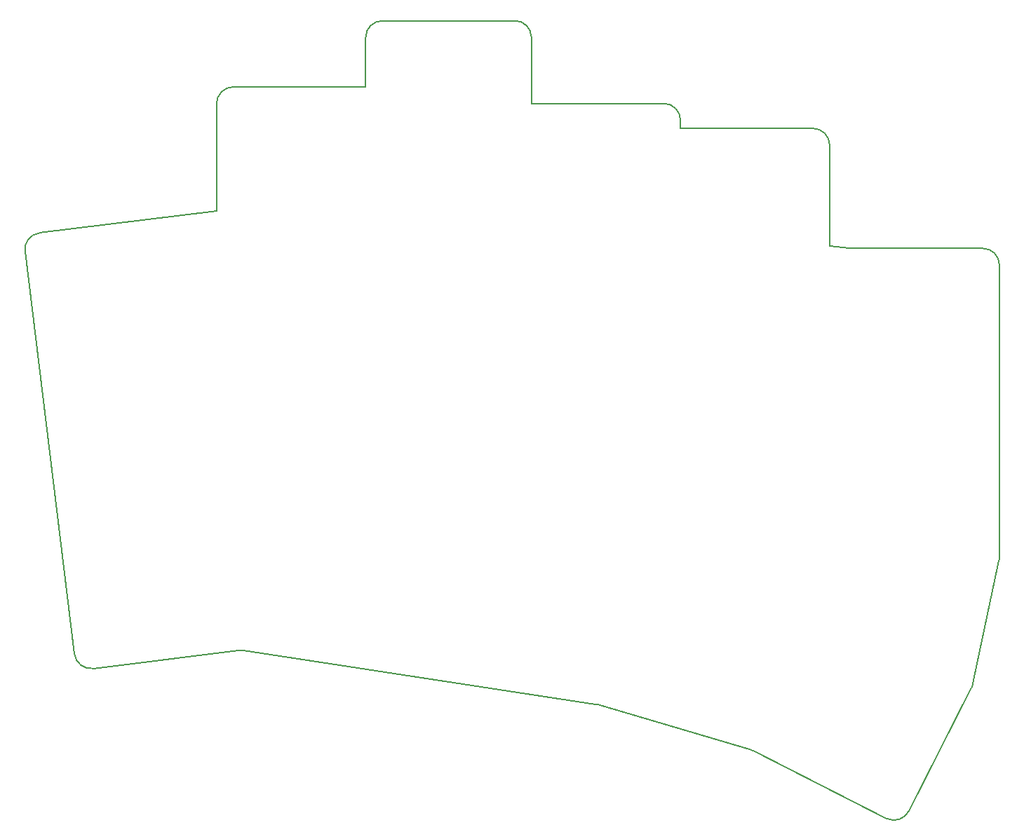
<source format=gbr>
%TF.GenerationSoftware,KiCad,Pcbnew,7.0.11*%
%TF.CreationDate,2024-03-07T19:05:49+13:00*%
%TF.ProjectId,socius-choc-v1,736f6369-7573-42d6-9368-6f632d76312e,v1.0.0*%
%TF.SameCoordinates,Original*%
%TF.FileFunction,Profile,NP*%
%FSLAX46Y46*%
G04 Gerber Fmt 4.6, Leading zero omitted, Abs format (unit mm)*
G04 Created by KiCad (PCBNEW 7.0.11) date 2024-03-07 19:05:49*
%MOMM*%
%LPD*%
G01*
G04 APERTURE LIST*
%TA.AperFunction,Profile*%
%ADD10C,0.150000*%
%TD*%
G04 APERTURE END LIST*
D10*
X259290199Y-172735032D02*
G75*
G03*
X259465107Y-172239863I-1781999J907932D01*
G01*
X251692599Y-187646139D02*
X259290189Y-172735027D01*
X262601684Y-157371129D02*
X259465108Y-172239863D01*
X232787471Y-180296060D02*
X214157296Y-174793639D01*
X153217390Y-170404143D02*
X170810146Y-168244024D01*
X171355206Y-168251942D02*
G75*
G03*
X170810146Y-168244025I-301306J-1977158D01*
G01*
X145016961Y-120028028D02*
X150988559Y-168662790D01*
X213892108Y-174734558D02*
X171355205Y-168251945D01*
X242144752Y-119415375D02*
X242144752Y-107166967D01*
X186144752Y-94166967D02*
X186144752Y-100166967D01*
X233128945Y-180432137D02*
X249002605Y-188520171D01*
X240144752Y-105166967D02*
X224144752Y-105166967D01*
X249002605Y-188520170D02*
G75*
G03*
X251692599Y-187646139I907995J1781970D01*
G01*
X206144833Y-94166967D02*
G75*
G03*
X204144752Y-92166967I-2000033J-33D01*
G01*
X150988545Y-168662792D02*
G75*
G03*
X153217390Y-170404143I1985055J243692D01*
G01*
X206144752Y-102166967D02*
X206144752Y-94166967D01*
X262644752Y-121666967D02*
X262644752Y-156958312D01*
X224144833Y-104166967D02*
G75*
G03*
X222144752Y-102166967I-2000033J-33D01*
G01*
X188144752Y-92166952D02*
G75*
G03*
X186144752Y-94166967I48J-2000048D01*
G01*
X146758314Y-117799197D02*
X168144752Y-115173273D01*
X244544873Y-119656917D02*
G75*
G03*
X244745135Y-119666968I200227J1989417D01*
G01*
X214157295Y-174793642D02*
G75*
G03*
X213892109Y-174734559I-566495J-1917958D01*
G01*
X204144752Y-92166967D02*
X188144752Y-92166967D01*
X186144752Y-100166967D02*
X170144752Y-100166967D01*
X170144752Y-100166952D02*
G75*
G03*
X168144752Y-102166967I48J-2000048D01*
G01*
X262644833Y-121666967D02*
G75*
G03*
X260644752Y-119666967I-2000033J-33D01*
G01*
X242144833Y-107166967D02*
G75*
G03*
X240144752Y-105166967I-2000033J-33D01*
G01*
X146758311Y-117799169D02*
G75*
G03*
X145016961Y-120028028I243789J-1985131D01*
G01*
X224144752Y-105166967D02*
X224144752Y-104166967D01*
X233128942Y-180432144D02*
G75*
G03*
X232787472Y-180296060I-908042J-1782056D01*
G01*
X242144752Y-119415375D02*
X244544873Y-119656915D01*
X222144752Y-102166967D02*
X206144752Y-102166967D01*
X262601680Y-157371128D02*
G75*
G03*
X262644752Y-156958312I-1956880J412828D01*
G01*
X244745136Y-119666967D02*
X260644752Y-119666967D01*
X168144752Y-102166967D02*
X168144752Y-115173273D01*
M02*

</source>
